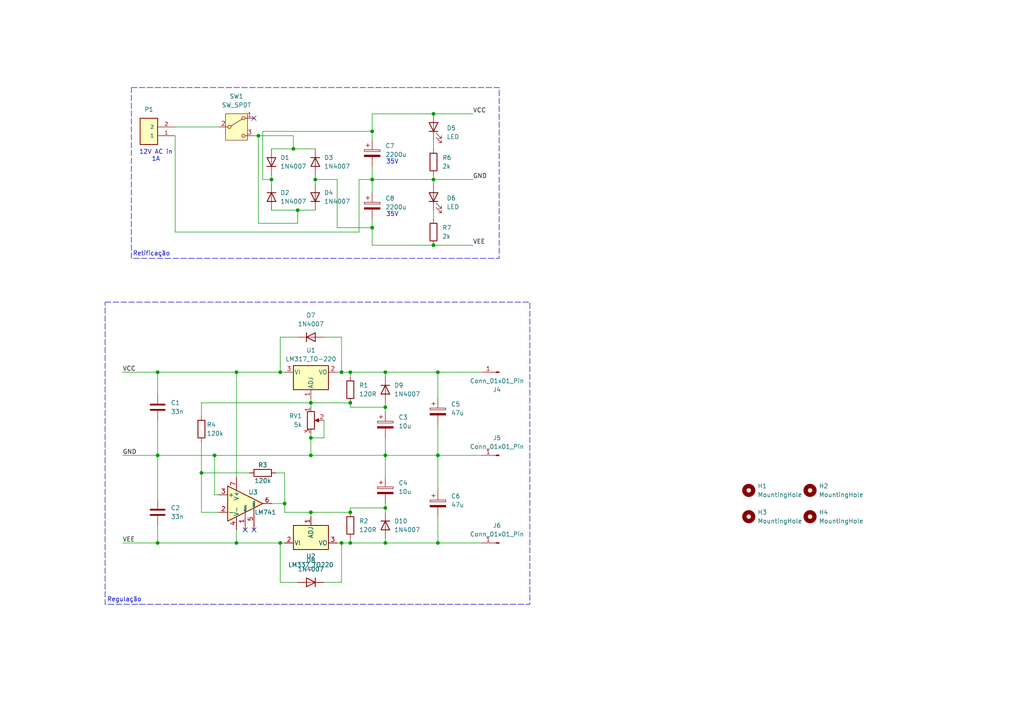
<source format=kicad_sch>
(kicad_sch (version 20231120) (generator "eeschema") (generator_version "8.0")
  (paper "A4")
  (title_block (title "Fonte simétrica ajustável") (date "2024-05-25") (rev "v1") (company "Arthur Melo"))
  (lib_symbols
    (symbol "Amplifier_Operational:LM741" (pin_names (offset 0.127))
      (property "Reference" "U" (at 0 6.35 0))
      (property "Value" "LM741" (at 0 3.81 0))
      (symbol "LM741_0_1"
        (polyline (pts (xy -5.08 5.08) (xy 5.08 0) (xy -5.08 -5.08) (xy -5.08 5.08)) (stroke (width 0.254)) (fill (type background)))
      )
      (symbol "LM741_1_1"
        (pin input line (at 0 -7.62 90) (length 5.08) (name "NULL") (number "1"))
        (pin input line (at -7.62 -2.54 0) (length 2.54) (name "-") (number "2"))
        (pin input line (at -7.62 2.54 0) (length 2.54) (name "+") (number "3"))
        (pin power_in line (at -2.54 -7.62 90) (length 3.81) (name "V-") (number "4"))
        (pin input line (at 2.54 -7.62 90) (length 6.35) (name "NULL") (number "5"))
        (pin output line (at 7.62 0 180) (length 2.54) (name "~") (number "6"))
        (pin power_in line (at -2.54 7.62 270) (length 3.81) (name "V+") (number "7"))
        (pin no_connect line (at 0 2.54 270) (length 2.54) hide (name "NC") (number "8"))
      )
    )
    (symbol "BORNE_KRE:282837-2" (pin_names (offset 1.016))
      (property "Reference" "P" (at -2.5406 2.5438 0))
      (symbol "282837-2_0_0"
        (rectangle (start -2.54 2.54) (end 2.54 -5.08) (stroke (width 0.254)) (fill (type background)))
        (pin passive line (at -7.62 0 0) (length 5.08) (name "1") (number "1"))
        (pin passive line (at -7.62 -2.54 0) (length 5.08) (name "2") (number "2"))
      )
    )
    (symbol "Connector:Conn_01x01_Pin" (pin_names (offset 1.016) hide)
      (property "Reference" "J" (at 0 2.54 0))
      (property "Value" "Conn_01x01_Pin" (at 0 -2.54 0))
      (symbol "Conn_01x01_Pin_1_1"
        (polyline (pts (xy 1.27 0) (xy 0.8636 0)) (stroke (width 0.1524)))
        (rectangle (start 0.8636 0.127) (end 0 -0.127) (stroke (width 0.1524)) (fill (type outline)))
        (pin passive line (at 5.08 0 180) (length 3.81) (name "Pin_1") (number "1"))
      )
    )
    (symbol "Device:C" (pin_numbers hide) (pin_names (offset 0.254))
      (property "Reference" "C" (at 0.635 2.54 0))
      (property "Value" "C" (at 0.635 -2.54 0))
      (symbol "C_0_1"
        (polyline (pts (xy -2.032 -0.762) (xy 2.032 -0.762)) (stroke (width 0.508)))
        (polyline (pts (xy -2.032 0.762) (xy 2.032 0.762)) (stroke (width 0.508)))
      )
      (symbol "C_1_1"
        (pin passive line (at 0 3.81 270) (length 2.794) (name "~") (number "1"))
        (pin passive line (at 0 -3.81 90) (length 2.794) (name "~") (number "2"))
      )
    )
    (symbol "Device:C_Polarized" (pin_numbers hide) (pin_names (offset 0.254))
      (property "Reference" "C" (at 0.635 2.54 0))
      (property "Value" "C_Polarized" (at 0.635 -2.54 0))
      (symbol "C_Polarized_0_1"
        (rectangle (start -2.286 0.508) (end 2.286 1.016))
        (polyline (pts (xy -1.778 2.286) (xy -0.762 2.286)))
        (polyline (pts (xy -1.27 2.794) (xy -1.27 1.778)))
        (rectangle (start 2.286 -0.508) (end -2.286 -1.016) (fill (type outline)))
      )
      (symbol "C_Polarized_1_1"
        (pin passive line (at 0 3.81 270) (length 2.794) (name "~") (number "1"))
        (pin passive line (at 0 -3.81 90) (length 2.794) (name "~") (number "2"))
      )
    )
    (symbol "Device:LED" (pin_numbers hide) (pin_names (offset 1.016) hide)
      (property "Reference" "D" (at 0 2.54 0))
      (property "Value" "LED" (at 0 -2.54 0))
      (symbol "LED_0_1"
        (polyline (pts (xy -1.27 -1.27) (xy -1.27 1.27)) (stroke (width 0.254)))
        (polyline (pts (xy -1.27 0) (xy 1.27 0)))
        (polyline (pts (xy 1.27 -1.27) (xy 1.27 1.27) (xy -1.27 0) (xy 1.27 -1.27)) (stroke (width 0.254)))
        (polyline (pts (xy -3.048 -0.762) (xy -4.572 -2.286) (xy -3.81 -2.286) (xy -4.572 -2.286) (xy -4.572 -1.524)))
        (polyline (pts (xy -1.778 -0.762) (xy -3.302 -2.286) (xy -2.54 -2.286) (xy -3.302 -2.286) (xy -3.302 -1.524)))
      )
      (symbol "LED_1_1"
        (pin passive line (at -3.81 0 0) (length 2.54) (name "K") (number "1"))
        (pin passive line (at 3.81 0 180) (length 2.54) (name "A") (number "2"))
      )
    )
    (symbol "Device:R" (pin_numbers hide) (pin_names (offset 0))
      (property "Reference" "R" (at 2.032 0 90))
      (property "Value" "R" (at 0 0 90))
      (symbol "R_0_1"
        (rectangle (start -1.016 -2.54) (end 1.016 2.54) (stroke (width 0.254)))
      )
      (symbol "R_1_1"
        (pin passive line (at 0 3.81 270) (length 1.27) (name "~") (number "1"))
        (pin passive line (at 0 -3.81 90) (length 1.27) (name "~") (number "2"))
      )
    )
    (symbol "Device:R_Potentiometer" (pin_names (offset 1.016) hide)
      (property "Reference" "RV" (at -4.445 0 90))
      (property "Value" "R_Potentiometer" (at -2.54 0 90))
      (symbol "R_Potentiometer_0_1"
        (polyline (pts (xy 2.54 0) (xy 1.524 0)))
        (polyline (pts (xy 1.143 0) (xy 2.286 0.508) (xy 2.286 -0.508) (xy 1.143 0)) (fill (type outline)))
        (rectangle (start 1.016 2.54) (end -1.016 -2.54) (stroke (width 0.254)))
      )
      (symbol "R_Potentiometer_1_1"
        (pin passive line (at 0 3.81 270) (length 1.27) (name "1") (number "1"))
        (pin passive line (at 3.81 0 180) (length 1.27) (name "2") (number "2"))
        (pin passive line (at 0 -3.81 90) (length 1.27) (name "3") (number "3"))
      )
    )
    (symbol "Diode:1N4007" (pin_numbers hide) (pin_names hide)
      (property "Reference" "D" (at 0 2.54 0))
      (property "Value" "1N4007" (at 0 -2.54 0))
      (symbol "1N4007_0_1"
        (polyline (pts (xy -1.27 1.27) (xy -1.27 -1.27)) (stroke (width 0.254)))
        (polyline (pts (xy 1.27 0) (xy -1.27 0)))
        (polyline (pts (xy 1.27 1.27) (xy 1.27 -1.27) (xy -1.27 0) (xy 1.27 1.27)) (stroke (width 0.254)))
      )
      (symbol "1N4007_1_1"
        (pin passive line (at -3.81 0 0) (length 2.54) (name "K") (number "1"))
        (pin passive line (at 3.81 0 180) (length 2.54) (name "A") (number "2"))
      )
    )
    (symbol "Mechanical:MountingHole" (pin_names (offset 1.016)) (exclude_from_sim yes) (in_bom no)
      (property "Reference" "H" (at 0 5.08 0))
      (property "Value" "MountingHole" (at 0 3.175 0))
      (symbol "MountingHole_0_1"
        (circle (center 0 0) (radius 1.27) (stroke (width 1.27)))
      )
    )
    (symbol "Regulator_Linear:LM317_TO-220" (pin_names (offset 0.254))
      (property "Reference" "U" (at -3.81 3.175 0))
      (property "Value" "LM317_TO-220" (at 0 3.175 0))
      (symbol "LM317_TO-220_0_1"
        (rectangle (start -5.08 1.905) (end 5.08 -5.08) (stroke (width 0.254)) (fill (type background)))
      )
      (symbol "LM317_TO-220_1_1"
        (pin input line (at 0 -7.62 90) (length 2.54) (name "ADJ") (number "1"))
        (pin power_out line (at 7.62 0 180) (length 2.54) (name "VO") (number "2"))
        (pin power_in line (at -7.62 0 0) (length 2.54) (name "VI") (number "3"))
      )
    )
    (symbol "Regulator_Linear:LM337_TO220" (pin_names (offset 0.254))
      (property "Reference" "U" (at -3.81 -3.175 0))
      (property "Value" "LM337_TO220" (at 0 -3.175 0))
      (symbol "LM337_TO220_0_1"
        (rectangle (start -5.08 5.08) (end 5.08 -1.905) (stroke (width 0.254)) (fill (type background)))
      )
      (symbol "LM337_TO220_1_1"
        (pin input line (at 0 7.62 270) (length 2.54) (name "ADJ") (number "1"))
        (pin power_in line (at -7.62 0 0) (length 2.54) (name "VI") (number "2"))
        (pin power_out line (at 7.62 0 180) (length 2.54) (name "VO") (number "3"))
      )
    )
    (symbol "Switch:SW_SPDT" (pin_names (offset 0) hide)
      (property "Reference" "SW" (at 0 5.08 0))
      (property "Value" "SW_SPDT" (at 0 -5.08 0))
      (symbol "SW_SPDT_0_1"
        (circle (center -2.032 0) (radius 0.4572))
        (polyline (pts (xy -1.651 0.254) (xy 1.651 2.286)))
        (circle (center 2.032 -2.54) (radius 0.4572))
        (circle (center 2.032 2.54) (radius 0.4572))
      )
      (symbol "SW_SPDT_1_1"
        (rectangle (start -3.175 3.81) (end 3.175 -3.81) (fill (type background)))
        (pin passive line (at 5.08 2.54 180) (length 2.54) (name "A") (number "1"))
        (pin passive line (at -5.08 0 0) (length 2.54) (name "B") (number "2"))
        (pin passive line (at 5.08 -2.54 180) (length 2.54) (name "C") (number "3"))
      )
    )
  )
  (junction (at 125.73 33.02))
  (junction (at 90.17 127))
  (junction (at 68.58 157.48))
  (junction (at 68.58 107.95))
  (junction (at 90.17 116.84))
  (junction (at 90.17 132.08))
  (junction (at 125.73 71.12))
  (junction (at 101.6 107.95))
  (junction (at 111.76 157.48))
  (junction (at 111.76 107.95))
  (junction (at 91.44 52.07))
  (junction (at 101.6 116.84))
  (junction (at 99.06 157.48))
  (junction (at 85.09 43.18))
  (junction (at 101.6 148.59))
  (junction (at 107.95 52.07))
  (junction (at 86.36 60.96))
  (junction (at 81.28 157.48))
  (junction (at 127 132.08))
  (junction (at 45.72 107.95))
  (junction (at 127 157.48))
  (junction (at 45.72 132.08))
  (junction (at 111.76 118.11))
  (junction (at 90.17 148.59))
  (junction (at 78.74 52.07))
  (junction (at 107.95 38.1))
  (junction (at 111.76 147.32))
  (junction (at 82.55 146.05))
  (junction (at 101.6 157.48))
  (junction (at 62.23 132.08))
  (junction (at 99.06 107.95))
  (junction (at 107.95 66.04))
  (junction (at 58.42 137.16))
  (junction (at 45.72 157.48))
  (junction (at 125.73 52.07))
  (junction (at 111.76 132.08))
  (junction (at 74.93 39.37))
  (junction (at 127 107.95))
  (junction (at 81.28 107.95))
  (no_connect (at 71.12 153.67))
  (no_connect (at 73.66 153.67))
  (no_connect (at 73.66 34.29))
  (wire (pts (xy 111.76 147.32) (xy 101.6 147.32)))
  (wire (pts (xy 104.14 52.07) (xy 107.95 52.07)))
  (wire (pts (xy 111.76 146.05) (xy 111.76 147.32)))
  (wire (pts (xy 107.95 71.12) (xy 107.95 66.04)))
  (wire (pts (xy 50.8 39.37) (xy 50.8 67.31)))
  (wire (pts (xy 45.72 152.4) (xy 45.72 157.48)))
  (wire (pts (xy 90.17 149.86) (xy 90.17 148.59)))
  (wire (pts (xy 90.17 127) (xy 93.98 127)))
  (wire (pts (xy 111.76 157.48) (xy 111.76 156.21)))
  (wire (pts (xy 101.6 157.48) (xy 111.76 157.48)))
  (wire (pts (xy 125.73 71.12) (xy 137.16 71.12)))
  (wire (pts (xy 101.6 107.95) (xy 99.06 107.95)))
  (wire (pts (xy 93.98 168.91) (xy 99.06 168.91)))
  (wire (pts (xy 82.55 148.59) (xy 82.55 146.05)))
  (wire (pts (xy 111.76 127) (xy 111.76 132.08)))
  (wire (pts (xy 111.76 107.95) (xy 101.6 107.95)))
  (wire (pts (xy 111.76 118.11) (xy 111.76 119.38)))
  (wire (pts (xy 86.36 60.96) (xy 91.44 60.96)))
  (wire (pts (xy 45.72 107.95) (xy 45.72 114.3)))
  (wire (pts (xy 101.6 107.95) (xy 101.6 109.22)))
  (wire (pts (xy 93.98 127) (xy 93.98 121.92)))
  (wire (pts (xy 127 157.48) (xy 111.76 157.48)))
  (wire (pts (xy 111.76 118.11) (xy 101.6 118.11)))
  (wire (pts (xy 58.42 116.84) (xy 90.17 116.84)))
  (wire (pts (xy 45.72 132.08) (xy 62.23 132.08)))
  (wire (pts (xy 62.23 143.51) (xy 63.5 143.51)))
  (wire (pts (xy 125.73 33.02) (xy 137.16 33.02)))
  (wire (pts (xy 107.95 52.07) (xy 125.73 52.07)))
  (wire (pts (xy 101.6 156.21) (xy 101.6 157.48)))
  (wire (pts (xy 127 132.08) (xy 127 142.24)))
  (wire (pts (xy 68.58 153.67) (xy 68.58 157.48)))
  (wire (pts (xy 127 157.48) (xy 139.7 157.48)))
  (wire (pts (xy 97.79 66.04) (xy 97.79 52.07)))
  (wire (pts (xy 111.76 109.22) (xy 111.76 107.95)))
  (wire (pts (xy 107.95 66.04) (xy 97.79 66.04)))
  (wire (pts (xy 82.55 107.95) (xy 81.28 107.95)))
  (wire (pts (xy 90.17 148.59) (xy 82.55 148.59)))
  (wire (pts (xy 127 107.95) (xy 111.76 107.95)))
  (wire (pts (xy 62.23 132.08) (xy 62.23 143.51)))
  (wire (pts (xy 127 132.08) (xy 139.7 132.08)))
  (wire (pts (xy 76.2 38.1) (xy 76.2 52.07)))
  (wire (pts (xy 78.74 52.07) (xy 78.74 53.34)))
  (wire (pts (xy 99.06 107.95) (xy 99.06 97.79)))
  (wire (pts (xy 68.58 157.48) (xy 81.28 157.48)))
  (wire (pts (xy 127 149.86) (xy 127 157.48)))
  (wire (pts (xy 107.95 52.07) (xy 107.95 55.88)))
  (wire (pts (xy 111.76 132.08) (xy 111.76 138.43)))
  (wire (pts (xy 125.73 52.07) (xy 137.16 52.07)))
  (wire (pts (xy 107.95 38.1) (xy 76.2 38.1)))
  (wire (pts (xy 63.5 148.59) (xy 58.42 148.59)))
  (wire (pts (xy 85.09 43.18) (xy 91.44 43.18)))
  (wire (pts (xy 90.17 116.84) (xy 101.6 116.84)))
  (wire (pts (xy 50.8 67.31) (xy 104.14 67.31)))
  (wire (pts (xy 125.73 71.12) (xy 107.95 71.12)))
  (wire (pts (xy 107.95 48.26) (xy 107.95 52.07)))
  (wire (pts (xy 91.44 52.07) (xy 91.44 53.34)))
  (wire (pts (xy 82.55 146.05) (xy 78.74 146.05)))
  (wire (pts (xy 107.95 40.64) (xy 107.95 38.1)))
  (wire (pts (xy 101.6 148.59) (xy 90.17 148.59)))
  (wire (pts (xy 35.56 157.48) (xy 45.72 157.48)))
  (wire (pts (xy 90.17 116.84) (xy 90.17 118.11)))
  (wire (pts (xy 111.76 132.08) (xy 90.17 132.08)))
  (wire (pts (xy 74.93 39.37) (xy 85.09 39.37)))
  (wire (pts (xy 80.01 137.16) (xy 82.55 137.16)))
  (wire (pts (xy 127 115.57) (xy 127 107.95)))
  (wire (pts (xy 125.73 33.02) (xy 107.95 33.02)))
  (wire (pts (xy 45.72 121.92) (xy 45.72 132.08)))
  (wire (pts (xy 86.36 64.77) (xy 86.36 60.96)))
  (wire (pts (xy 58.42 137.16) (xy 72.39 137.16)))
  (wire (pts (xy 81.28 168.91) (xy 86.36 168.91)))
  (wire (pts (xy 127 107.95) (xy 139.7 107.95)))
  (wire (pts (xy 58.42 120.65) (xy 58.42 116.84)))
  (wire (pts (xy 50.8 36.83) (xy 63.5 36.83)))
  (wire (pts (xy 45.72 157.48) (xy 68.58 157.48)))
  (wire (pts (xy 73.66 39.37) (xy 74.93 39.37)))
  (wire (pts (xy 81.28 97.79) (xy 86.36 97.79)))
  (wire (pts (xy 99.06 157.48) (xy 101.6 157.48)))
  (wire (pts (xy 45.72 132.08) (xy 45.72 144.78)))
  (wire (pts (xy 81.28 157.48) (xy 81.28 168.91)))
  (wire (pts (xy 58.42 128.27) (xy 58.42 137.16)))
  (wire (pts (xy 104.14 67.31) (xy 104.14 52.07)))
  (wire (pts (xy 90.17 127) (xy 90.17 132.08)))
  (wire (pts (xy 86.36 64.77) (xy 74.93 64.77)))
  (wire (pts (xy 107.95 33.02) (xy 107.95 38.1)))
  (wire (pts (xy 127 123.19) (xy 127 132.08)))
  (wire (pts (xy 97.79 52.07) (xy 91.44 52.07)))
  (wire (pts (xy 68.58 107.95) (xy 81.28 107.95)))
  (wire (pts (xy 35.56 107.95) (xy 45.72 107.95)))
  (wire (pts (xy 68.58 107.95) (xy 68.58 138.43)))
  (wire (pts (xy 125.73 50.8) (xy 125.73 52.07)))
  (wire (pts (xy 76.2 52.07) (xy 78.74 52.07)))
  (wire (pts (xy 78.74 60.96) (xy 86.36 60.96)))
  (wire (pts (xy 81.28 107.95) (xy 81.28 97.79)))
  (wire (pts (xy 125.73 60.96) (xy 125.73 63.5)))
  (wire (pts (xy 111.76 147.32) (xy 111.76 148.59)))
  (wire (pts (xy 68.58 107.95) (xy 45.72 107.95)))
  (wire (pts (xy 107.95 66.04) (xy 107.95 63.5)))
  (wire (pts (xy 111.76 132.08) (xy 127 132.08)))
  (wire (pts (xy 111.76 116.84) (xy 111.76 118.11)))
  (wire (pts (xy 90.17 116.84) (xy 90.17 115.57)))
  (wire (pts (xy 91.44 50.8) (xy 91.44 52.07)))
  (wire (pts (xy 101.6 147.32) (xy 101.6 148.59)))
  (wire (pts (xy 58.42 148.59) (xy 58.42 137.16)))
  (wire (pts (xy 99.06 168.91) (xy 99.06 157.48)))
  (wire (pts (xy 35.56 132.08) (xy 45.72 132.08)))
  (wire (pts (xy 90.17 132.08) (xy 62.23 132.08)))
  (wire (pts (xy 99.06 157.48) (xy 97.79 157.48)))
  (wire (pts (xy 90.17 127) (xy 90.17 125.73)))
  (wire (pts (xy 125.73 40.64) (xy 125.73 43.18)))
  (wire (pts (xy 101.6 118.11) (xy 101.6 116.84)))
  (wire (pts (xy 78.74 43.18) (xy 85.09 43.18)))
  (wire (pts (xy 99.06 97.79) (xy 93.98 97.79)))
  (wire (pts (xy 125.73 52.07) (xy 125.73 53.34)))
  (wire (pts (xy 74.93 64.77) (xy 74.93 39.37)))
  (wire (pts (xy 78.74 50.8) (xy 78.74 52.07)))
  (wire (pts (xy 97.79 107.95) (xy 99.06 107.95)))
  (wire (pts (xy 85.09 39.37) (xy 85.09 43.18)))
  (wire (pts (xy 82.55 157.48) (xy 81.28 157.48)))
  (wire (pts (xy 82.55 137.16) (xy 82.55 146.05)))
  (rectangle (start 38.1 25.4) (end 144.78 74.93) (stroke (width 0) (type dash)))
  (rectangle (start 30.48 87.63) (end 153.67 175.26) (stroke (width 0) (type dash)))
  (text "35V" (at 113.792 46.99 0) (effects (font (size 1.27 1.27))))
  (text "35V" (at 113.792 62.23 0) (effects (font (size 1.27 1.27))))
  (text "Retificação" (at 43.942 73.66 0) (effects (font (size 1.27 1.27))))
  (text "12V AC in\n1A\n" (at 45.212 45.212 0) (effects (font (size 1.27 1.27))))
  (text "Regulação" (at 36.068 173.99 0) (effects (font (size 1.27 1.27))))
  (label "GND" (at 35.56 132.08 0))
  (label "GND" (at 137.16 52.07 0))
  (label "VCC" (at 137.16 33.02 0))
  (label "VCC" (at 35.56 107.95 0))
  (label "VEE" (at 35.56 157.48 0))
  (label "VEE" (at 137.16 71.12 0))
  (symbol (lib_id "Device:R") (at 101.6 113.03 0) (unit 1)
    (property "Reference" "R1" (at 104.14 111.7599 0) (effects (justify left)))
    (property "Value" "120R" (at 104.14 114.2999 0) (effects (justify left)))
    (property "Footprint" "Resistor_THT:R_Axial_DIN0207_L6.3mm_D2.5mm_P10.16mm_Horizontal" (effects (hide yes)))
    (property "Description" "Resistor" (effects (hide yes)))
  )
  (symbol (lib_id "Device:C_Polarized") (at 107.95 59.69 0) (unit 1)
    (property "Reference" "C8" (at 111.76 57.5309 0) (effects (justify left)))
    (property "Value" "2200u" (at 111.76 60.0709 0) (effects (justify left)))
    (property "Footprint" "Capacitor_THT:C_Radial_D16.0mm_H25.0mm_P7.50mm" (effects (hide yes)))
    (property "Description" "Polarized capacitor" (effects (hide yes)))
  )
  (symbol (lib_id "Diode:1N4007") (at 91.44 57.15 90) (unit 1)
    (property "Reference" "D4" (at 93.98 55.8799 90) (effects (justify right)))
    (property "Value" "1N4007" (at 93.98 58.4199 90) (effects (justify right)))
    (property "Footprint" "Diode_THT:D_DO-41_SOD81_P10.16mm_Horizontal" (effects (hide yes)))
    (property "Datasheet" "http://www.vishay.com/docs/88503/1n4001.pdf" (effects (hide yes)))
    (property "Description" "1000V 1A General Purpose Rectifier Diode, DO-41" (effects (hide yes)))
    (property "Sim.Device" "D" (effects (hide yes)))
    (property "Sim.Pins" "1=K 2=A" (effects (hide yes)))
  )
  (symbol (lib_id "Mechanical:MountingHole") (at 217.17 149.86 0) (unit 1) (exclude_from_sim yes) (in_bom no)
    (property "Reference" "H3" (at 219.71 148.5899 0) (effects (justify left)))
    (property "Value" "MountingHole" (at 219.71 151.1299 0) (effects (justify left)))
    (property "Footprint" "MountingHole:MountingHole_3.2mm_M3" (effects (hide yes)))
    (property "Description" "Mounting Hole without connection" (effects (hide yes)))
  )
  (symbol (lib_id "Device:R") (at 76.2 137.16 90) (unit 1)
    (property "Reference" "R3" (at 76.2 134.874 90))
    (property "Value" "120k" (at 76.2 139.446 90))
    (property "Footprint" "Resistor_THT:R_Axial_DIN0207_L6.3mm_D2.5mm_P10.16mm_Horizontal" (effects (hide yes)))
    (property "Description" "Resistor" (effects (hide yes)))
  )
  (symbol (lib_id "Device:LED") (at 125.73 57.15 90) (unit 1)
    (property "Reference" "D6" (at 129.54 57.4674 90) (effects (justify right)))
    (property "Value" "LED" (at 129.54 60.0074 90) (effects (justify right)))
    (property "Footprint" "LED_THT:LED_D3.0mm" (effects (hide yes)))
    (property "Description" "Light emitting diode" (effects (hide yes)))
  )
  (symbol (lib_id "Diode:1N4007") (at 90.17 168.91 180) (unit 1)
    (property "Reference" "D8" (at 90.17 162.56 0))
    (property "Value" "1N4007" (at 90.17 165.1 0))
    (property "Footprint" "Diode_THT:D_DO-41_SOD81_P10.16mm_Horizontal" (effects (hide yes)))
    (property "Datasheet" "http://www.vishay.com/docs/88503/1n4001.pdf" (effects (hide yes)))
    (property "Description" "1000V 1A General Purpose Rectifier Diode, DO-41" (effects (hide yes)))
    (property "Sim.Device" "D" (effects (hide yes)))
    (property "Sim.Pins" "1=K 2=A" (effects (hide yes)))
  )
  (symbol (lib_id "Mechanical:MountingHole") (at 217.17 142.24 0) (unit 1) (exclude_from_sim yes) (in_bom no)
    (property "Reference" "H1" (at 219.71 140.9699 0) (effects (justify left)))
    (property "Value" "MountingHole" (at 219.71 143.5099 0) (effects (justify left)))
    (property "Footprint" "MountingHole:MountingHole_3.2mm_M3" (effects (hide yes)))
    (property "Description" "Mounting Hole without connection" (effects (hide yes)))
  )
  (symbol (lib_id "Diode:1N4007") (at 111.76 152.4 270) (unit 1)
    (property "Reference" "D10" (at 114.3 151.1299 90) (effects (justify left)))
    (property "Value" "1N4007" (at 114.3 153.6699 90) (effects (justify left)))
    (property "Footprint" "Diode_THT:D_DO-41_SOD81_P10.16mm_Horizontal" (effects (hide yes)))
    (property "Datasheet" "http://www.vishay.com/docs/88503/1n4001.pdf" (effects (hide yes)))
    (property "Description" "1000V 1A General Purpose Rectifier Diode, DO-41" (effects (hide yes)))
    (property "Sim.Device" "D" (effects (hide yes)))
    (property "Sim.Pins" "1=K 2=A" (effects (hide yes)))
  )
  (symbol (lib_id "Regulator_Linear:LM337_TO220") (at 90.17 157.48 0) (unit 1)
    (property "Reference" "U2" (at 90.17 161.29 0))
    (property "Value" "LM337_TO220" (at 90.17 163.83 0))
    (property "Footprint" "Package_TO_SOT_THT:TO-220-3_Vertical" (effects (hide yes)))
    (property "Datasheet" "http://www.ti.com/lit/ds/symlink/lm337-n.pdf" (effects (hide yes)))
    (property "Description" "Negative 1.5A 35V Adjustable Linear Regulator, TO-220" (effects (hide yes)))
  )
  (symbol (lib_id "Diode:1N4007") (at 111.76 113.03 270) (unit 1)
    (property "Reference" "D9" (at 114.3 111.7599 90) (effects (justify left)))
    (property "Value" "1N4007" (at 114.3 114.2999 90) (effects (justify left)))
    (property "Footprint" "Diode_THT:D_DO-41_SOD81_P10.16mm_Horizontal" (effects (hide yes)))
    (property "Datasheet" "http://www.vishay.com/docs/88503/1n4001.pdf" (effects (hide yes)))
    (property "Description" "1000V 1A General Purpose Rectifier Diode, DO-41" (effects (hide yes)))
    (property "Sim.Device" "D" (effects (hide yes)))
    (property "Sim.Pins" "1=K 2=A" (effects (hide yes)))
  )
  (symbol (lib_id "Diode:1N4007") (at 78.74 46.99 90) (unit 1)
    (property "Reference" "D1" (at 81.28 45.7199 90) (effects (justify right)))
    (property "Value" "1N4007" (at 81.28 48.2599 90) (effects (justify right)))
    (property "Footprint" "Diode_THT:D_DO-41_SOD81_P10.16mm_Horizontal" (effects (hide yes)))
    (property "Datasheet" "http://www.vishay.com/docs/88503/1n4001.pdf" (effects (hide yes)))
    (property "Description" "1000V 1A General Purpose Rectifier Diode, DO-41" (effects (hide yes)))
    (property "Sim.Device" "D" (effects (hide yes)))
    (property "Sim.Pins" "1=K 2=A" (effects (hide yes)))
  )
  (symbol (lib_id "Connector:Conn_01x01_Pin") (at 144.78 157.48 180) (unit 1)
    (property "Reference" "J6" (at 144.145 152.4 0))
    (property "Value" "Conn_01x01_Pin" (at 144.145 154.94 0))
    (property "Footprint" "Connector_PinHeader_2.54mm:PinHeader_1x01_P2.54mm_Vertical" (effects (hide yes)))
    (property "Description" "Generic connector, single row, 01x01, script generated" (effects (hide yes)))
  )
  (symbol (lib_id "Diode:1N4007") (at 91.44 46.99 270) (unit 1)
    (property "Reference" "D3" (at 93.98 45.7199 90) (effects (justify left)))
    (property "Value" "1N4007" (at 93.98 48.2599 90) (effects (justify left)))
    (property "Footprint" "Diode_THT:D_DO-41_SOD81_P10.16mm_Horizontal" (effects (hide yes)))
    (property "Datasheet" "http://www.vishay.com/docs/88503/1n4001.pdf" (effects (hide yes)))
    (property "Description" "1000V 1A General Purpose Rectifier Diode, DO-41" (effects (hide yes)))
    (property "Sim.Device" "D" (effects (hide yes)))
    (property "Sim.Pins" "1=K 2=A" (effects (hide yes)))
  )
  (symbol (lib_id "Device:C_Polarized") (at 111.76 142.24 0) (unit 1)
    (property "Reference" "C4" (at 115.57 140.0809 0) (effects (justify left)))
    (property "Value" "10u" (at 115.57 142.6209 0) (effects (justify left)))
    (property "Footprint" "Capacitor_THT:CP_Radial_D5.0mm_P2.50mm" (effects (hide yes)))
    (property "Description" "Polarized capacitor" (effects (hide yes)))
  )
  (symbol (lib_id "Switch:SW_SPDT") (at 68.58 36.83 0) (unit 1)
    (property "Reference" "SW1" (at 68.58 27.94 0))
    (property "Value" "SW_SPDT" (at 68.58 30.48 0))
    (property "Footprint" "Button_Switch_THT:SW_Slide-03_Wuerth-WS-SLTV_10x2.5x6.4_P2.54mm" (effects (hide yes)))
    (property "Description" "Switch, single pole double throw" (effects (hide yes)))
  )
  (symbol (lib_id "Device:R") (at 101.6 152.4 0) (unit 1)
    (property "Reference" "R2" (at 104.14 151.1299 0) (effects (justify left)))
    (property "Value" "120R" (at 104.14 153.6699 0) (effects (justify left)))
    (property "Footprint" "Resistor_THT:R_Axial_DIN0207_L6.3mm_D2.5mm_P10.16mm_Horizontal" (effects (hide yes)))
    (property "Description" "Resistor" (effects (hide yes)))
  )
  (symbol (lib_id "BORNE_KRE:282837-2") (at 43.18 39.37 180) (unit 1)
    (property "Reference" "P1" (at 43.18 31.75 0))
    (property "Footprint" "BORNE_KRE2:BORNE_KRE" (effects (hide yes)))
    (property "Description" "TERMINAL BLOCK 3.5MM 2POS PCB" (effects (hide yes)))
  )
  (symbol (lib_id "Diode:1N4007") (at 90.17 97.79 0) (unit 1)
    (property "Reference" "D7" (at 90.17 91.44 0))
    (property "Value" "1N4007" (at 90.17 93.98 0))
    (property "Footprint" "Diode_THT:D_DO-41_SOD81_P10.16mm_Horizontal" (effects (hide yes)))
    (property "Datasheet" "http://www.vishay.com/docs/88503/1n4001.pdf" (effects (hide yes)))
    (property "Description" "1000V 1A General Purpose Rectifier Diode, DO-41" (effects (hide yes)))
    (property "Sim.Device" "D" (effects (hide yes)))
    (property "Sim.Pins" "1=K 2=A" (effects (hide yes)))
  )
  (symbol (lib_id "Device:R") (at 125.73 46.99 0) (unit 1)
    (property "Reference" "R6" (at 128.27 45.7199 0) (effects (justify left)))
    (property "Value" "2k" (at 128.27 48.2599 0) (effects (justify left)))
    (property "Footprint" "Resistor_THT:R_Axial_DIN0207_L6.3mm_D2.5mm_P10.16mm_Horizontal" (effects (hide yes)))
    (property "Description" "Resistor" (effects (hide yes)))
  )
  (symbol (lib_id "Device:R_Potentiometer") (at 90.17 121.92 0) (unit 1)
    (property "Reference" "RV1" (at 87.63 120.6499 0) (effects (justify right)))
    (property "Value" "5k" (at 87.63 123.1899 0) (effects (justify right)))
    (property "Footprint" "Potentiometer_THT:Potentiometer_Bourns_3296W_Vertical" (effects (hide yes)))
    (property "Description" "Potentiometer" (effects (hide yes)))
  )
  (symbol (lib_id "Device:C_Polarized") (at 107.95 44.45 0) (unit 1)
    (property "Reference" "C7" (at 111.76 42.2909 0) (effects (justify left)))
    (property "Value" "2200u" (at 111.76 44.8309 0) (effects (justify left)))
    (property "Footprint" "Capacitor_THT:C_Radial_D16.0mm_H25.0mm_P7.50mm" (effects (hide yes)))
    (property "Description" "Polarized capacitor" (effects (hide yes)))
  )
  (symbol (lib_id "Connector:Conn_01x01_Pin") (at 144.78 107.95 180) (unit 1)
    (property "Reference" "J4" (at 144.145 113.03 0))
    (property "Value" "Conn_01x01_Pin" (at 144.145 110.49 0))
    (property "Footprint" "Connector_PinHeader_2.54mm:PinHeader_1x01_P2.54mm_Vertical" (effects (hide yes)))
    (property "Description" "Generic connector, single row, 01x01, script generated" (effects (hide yes)))
  )
  (symbol (lib_id "Device:R") (at 125.73 67.31 0) (unit 1)
    (property "Reference" "R7" (at 128.27 66.0399 0) (effects (justify left)))
    (property "Value" "2k" (at 128.27 68.5799 0) (effects (justify left)))
    (property "Footprint" "Resistor_THT:R_Axial_DIN0207_L6.3mm_D2.5mm_P10.16mm_Horizontal" (effects (hide yes)))
    (property "Description" "Resistor" (effects (hide yes)))
  )
  (symbol (lib_id "Regulator_Linear:LM317_TO-220") (at 90.17 107.95 0) (unit 1)
    (property "Reference" "U1" (at 90.17 101.6 0))
    (property "Value" "LM317_TO-220" (at 90.17 104.14 0))
    (property "Footprint" "Package_TO_SOT_THT:TO-220-3_Vertical" (effects (hide yes)))
    (property "Datasheet" "http://www.ti.com/lit/ds/symlink/lm317.pdf" (effects (hide yes)))
    (property "Description" "1.5A 35V Adjustable Linear Regulator, TO-220" (effects (hide yes)))
  )
  (symbol (lib_id "Device:C") (at 45.72 118.11 0) (unit 1)
    (property "Reference" "C1" (at 49.53 116.8399 0) (effects (justify left)))
    (property "Value" "33n" (at 49.53 119.3799 0) (effects (justify left)))
    (property "Footprint" "Capacitor_THT:C_Disc_D9.0mm_W5.0mm_P7.50mm" (effects (hide yes)))
    (property "Description" "Unpolarized capacitor" (effects (hide yes)))
  )
  (symbol (lib_id "Device:R") (at 58.42 124.46 0) (unit 1)
    (property "Reference" "R4" (at 59.944 123.19 0) (effects (justify left)))
    (property "Value" "120k" (at 59.944 125.73 0) (effects (justify left)))
    (property "Footprint" "Resistor_THT:R_Axial_DIN0207_L6.3mm_D2.5mm_P10.16mm_Horizontal" (effects (hide yes)))
    (property "Description" "Resistor" (effects (hide yes)))
  )
  (symbol (lib_id "Diode:1N4007") (at 78.74 57.15 270) (unit 1)
    (property "Reference" "D2" (at 81.28 55.8799 90) (effects (justify left)))
    (property "Value" "1N4007" (at 81.28 58.4199 90) (effects (justify left)))
    (property "Footprint" "Diode_THT:D_DO-41_SOD81_P10.16mm_Horizontal" (effects (hide yes)))
    (property "Datasheet" "http://www.vishay.com/docs/88503/1n4001.pdf" (effects (hide yes)))
    (property "Description" "1000V 1A General Purpose Rectifier Diode, DO-41" (effects (hide yes)))
    (property "Sim.Device" "D" (effects (hide yes)))
    (property "Sim.Pins" "1=K 2=A" (effects (hide yes)))
  )
  (symbol (lib_id "Mechanical:MountingHole") (at 234.95 142.24 0) (unit 1) (exclude_from_sim yes) (in_bom no)
    (property "Reference" "H2" (at 237.49 140.9699 0) (effects (justify left)))
    (property "Value" "MountingHole" (at 237.49 143.5099 0) (effects (justify left)))
    (property "Footprint" "MountingHole:MountingHole_3.2mm_M3" (effects (hide yes)))
    (property "Description" "Mounting Hole without connection" (effects (hide yes)))
  )
  (symbol (lib_id "Amplifier_Operational:LM741") (at 71.12 146.05 0) (unit 1)
    (property "Reference" "U3" (at 73.406 142.748 0))
    (property "Value" "LM741" (at 76.962 148.59 0))
    (property "Footprint" "Package_DIP:DIP-8_W7.62mm_Socket" (effects (hide yes)))
    (property "Datasheet" "http://www.ti.com/lit/ds/symlink/lm741.pdf" (effects (hide yes)))
    (property "Description" "Operational Amplifier, DIP-8/TO-99-8" (effects (hide yes)))
  )
  (symbol (lib_id "Device:C_Polarized") (at 111.76 123.19 0) (unit 1)
    (property "Reference" "C3" (at 115.57 121.0309 0) (effects (justify left)))
    (property "Value" "10u" (at 115.57 123.5709 0) (effects (justify left)))
    (property "Footprint" "Capacitor_THT:CP_Radial_D5.0mm_P2.50mm" (effects (hide yes)))
    (property "Description" "Polarized capacitor" (effects (hide yes)))
  )
  (symbol (lib_id "Device:C") (at 45.72 148.59 0) (unit 1)
    (property "Reference" "C2" (at 49.53 147.3199 0) (effects (justify left)))
    (property "Value" "33n" (at 49.53 149.8599 0) (effects (justify left)))
    (property "Footprint" "Capacitor_THT:C_Disc_D9.0mm_W5.0mm_P7.50mm" (effects (hide yes)))
    (property "Description" "Unpolarized capacitor" (effects (hide yes)))
  )
  (symbol (lib_id "Connector:Conn_01x01_Pin") (at 144.78 132.08 180) (unit 1)
    (property "Reference" "J5" (at 144.145 127 0))
    (property "Value" "Conn_01x01_Pin" (at 144.145 129.54 0))
    (property "Footprint" "Connector_PinHeader_2.54mm:PinHeader_1x01_P2.54mm_Vertical" (effects (hide yes)))
    (property "Description" "Generic connector, single row, 01x01, script generated" (effects (hide yes)))
  )
  (symbol (lib_id "Device:C_Polarized") (at 127 146.05 0) (unit 1)
    (property "Reference" "C6" (at 130.81 143.8909 0) (effects (justify left)))
    (property "Value" "47u" (at 130.81 146.4309 0) (effects (justify left)))
    (property "Footprint" "Capacitor_THT:CP_Radial_D5.0mm_P2.50mm" (effects (hide yes)))
    (property "Description" "Polarized capacitor" (effects (hide yes)))
  )
  (symbol (lib_id "Device:C_Polarized") (at 127 119.38 0) (unit 1)
    (property "Reference" "C5" (at 130.81 117.2209 0) (effects (justify left)))
    (property "Value" "47u" (at 130.81 119.7609 0) (effects (justify left)))
    (property "Footprint" "Capacitor_THT:CP_Radial_D5.0mm_P2.50mm" (effects (hide yes)))
    (property "Description" "Polarized capacitor" (effects (hide yes)))
  )
  (symbol (lib_id "Device:LED") (at 125.73 36.83 90) (unit 1)
    (property "Reference" "D5" (at 129.54 37.1474 90) (effects (justify right)))
    (property "Value" "LED" (at 129.54 39.6874 90) (effects (justify right)))
    (property "Footprint" "LED_THT:LED_D3.0mm" (effects (hide yes)))
    (property "Description" "Light emitting diode" (effects (hide yes)))
  )
  (symbol (lib_id "Mechanical:MountingHole") (at 234.95 149.86 0) (unit 1) (exclude_from_sim yes) (in_bom no)
    (property "Reference" "H4" (at 237.49 148.5899 0) (effects (justify left)))
    (property "Value" "MountingHole" (at 237.49 151.1299 0) (effects (justify left)))
    (property "Footprint" "MountingHole:MountingHole_3.2mm_M3" (effects (hide yes)))
    (property "Description" "Mounting Hole without connection" (effects (hide yes)))
  )
)
</source>
